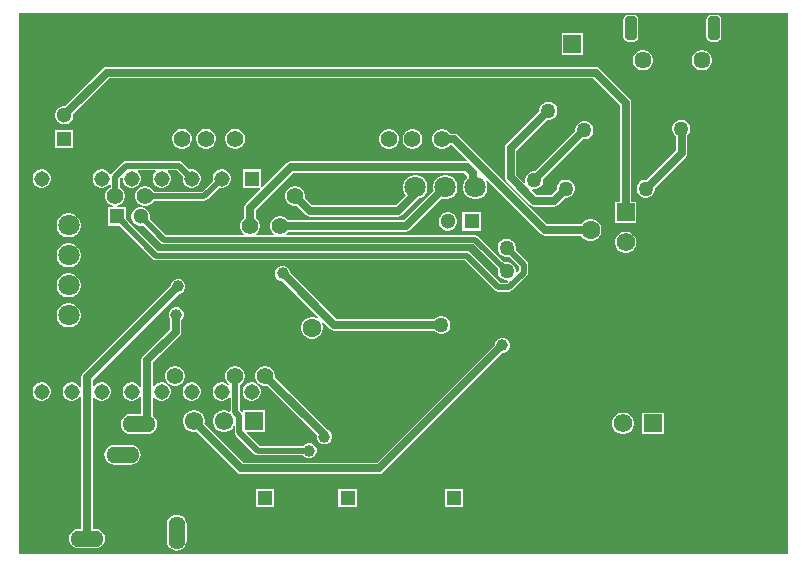
<source format=gbl>
G04*
G04 #@! TF.GenerationSoftware,Altium Limited,Altium Designer,23.4.1 (23)*
G04*
G04 Layer_Physical_Order=2*
G04 Layer_Color=16711680*
%FSLAX25Y25*%
%MOIN*%
G70*
G04*
G04 #@! TF.SameCoordinates,34C706FF-D981-4061-8AA4-72CC7803A1E3*
G04*
G04*
G04 #@! TF.FilePolarity,Positive*
G04*
G01*
G75*
%ADD17C,0.01968*%
%ADD38C,0.15748*%
%ADD53R,0.05118X0.05118*%
%ADD54C,0.05118*%
%ADD55R,0.06181X0.06181*%
%ADD56C,0.06181*%
%ADD58R,0.06181X0.06181*%
%ADD59R,0.05118X0.05118*%
%ADD75C,0.02756*%
G04:AMPARAMS|DCode=76|XSize=78.74mil|YSize=39.37mil|CornerRadius=9.84mil|HoleSize=0mil|Usage=FLASHONLY|Rotation=270.000|XOffset=0mil|YOffset=0mil|HoleType=Round|Shape=RoundedRectangle|*
%AMROUNDEDRECTD76*
21,1,0.07874,0.01968,0,0,270.0*
21,1,0.05906,0.03937,0,0,270.0*
1,1,0.01968,-0.00984,-0.02953*
1,1,0.01968,-0.00984,0.02953*
1,1,0.01968,0.00984,0.02953*
1,1,0.01968,0.00984,-0.02953*
%
%ADD76ROUNDEDRECTD76*%
%ADD77C,0.13583*%
%ADD78C,0.05709*%
%ADD79C,0.05150*%
%ADD80R,0.05150X0.05150*%
%ADD81C,0.05512*%
%ADD82C,0.06299*%
%ADD83C,0.07087*%
%ADD84R,0.07087X0.07087*%
%ADD85O,0.11024X0.05512*%
%ADD86O,0.05512X0.11024*%
%ADD87C,0.05591*%
%ADD88C,0.06102*%
%ADD89R,0.06102X0.06102*%
%ADD90R,0.07087X0.07087*%
%ADD91C,0.03937*%
%ADD92C,0.11811*%
%ADD93C,0.05000*%
G36*
X257071Y803D02*
X803D01*
Y181284D01*
X257071D01*
Y803D01*
D02*
G37*
%LPC*%
G36*
X233268Y180647D02*
X231299D01*
X230720Y180532D01*
X230229Y180204D01*
X229901Y179713D01*
X229786Y179134D01*
Y173228D01*
X229901Y172649D01*
X230229Y172158D01*
X230720Y171830D01*
X231299Y171715D01*
X233268D01*
X233847Y171830D01*
X234338Y172158D01*
X234666Y172649D01*
X234781Y173228D01*
Y179134D01*
X234666Y179713D01*
X234338Y180204D01*
X233847Y180532D01*
X233268Y180647D01*
D02*
G37*
G36*
X205709D02*
X203740D01*
X203161Y180532D01*
X202670Y180204D01*
X202342Y179713D01*
X202227Y179134D01*
Y173228D01*
X202342Y172649D01*
X202670Y172158D01*
X203161Y171830D01*
X203740Y171715D01*
X205709D01*
X206288Y171830D01*
X206779Y172158D01*
X207107Y172649D01*
X207222Y173228D01*
Y179134D01*
X207107Y179713D01*
X206779Y180204D01*
X206288Y180532D01*
X205709Y180647D01*
D02*
G37*
G36*
X188787Y174457D02*
X181606D01*
Y167276D01*
X188787D01*
Y174457D01*
D02*
G37*
G36*
X228788Y168905D02*
X227905D01*
X227052Y168677D01*
X226287Y168235D01*
X225662Y167611D01*
X225221Y166846D01*
X224992Y165993D01*
Y165110D01*
X225221Y164257D01*
X225662Y163492D01*
X226287Y162867D01*
X227052Y162425D01*
X227905Y162197D01*
X228788D01*
X229641Y162425D01*
X230406Y162867D01*
X231031Y163492D01*
X231472Y164257D01*
X231701Y165110D01*
Y165993D01*
X231472Y166846D01*
X231031Y167611D01*
X230406Y168235D01*
X229641Y168677D01*
X228788Y168905D01*
D02*
G37*
G36*
X209103D02*
X208220D01*
X207367Y168677D01*
X206602Y168235D01*
X205977Y167611D01*
X205536Y166846D01*
X205307Y165993D01*
Y165110D01*
X205536Y164257D01*
X205977Y163492D01*
X206602Y162867D01*
X207367Y162425D01*
X208220Y162197D01*
X209103D01*
X209956Y162425D01*
X210721Y162867D01*
X211346Y163492D01*
X211787Y164257D01*
X212016Y165110D01*
Y165993D01*
X211787Y166846D01*
X211346Y167611D01*
X210721Y168235D01*
X209956Y168677D01*
X209103Y168905D01*
D02*
G37*
G36*
X18807Y142429D02*
X12689D01*
Y136311D01*
X18807D01*
Y142429D01*
D02*
G37*
G36*
X73269Y142705D02*
X72401D01*
X71563Y142480D01*
X70811Y142046D01*
X70198Y141433D01*
X69764Y140681D01*
X69539Y139843D01*
Y138976D01*
X69764Y138137D01*
X70198Y137386D01*
X70811Y136773D01*
X71563Y136339D01*
X72401Y136114D01*
X73269D01*
X74107Y136339D01*
X74858Y136773D01*
X75472Y137386D01*
X75905Y138137D01*
X76130Y138976D01*
Y139843D01*
X75905Y140681D01*
X75472Y141433D01*
X74858Y142046D01*
X74107Y142480D01*
X73269Y142705D01*
D02*
G37*
G36*
X63426D02*
X62558D01*
X61720Y142480D01*
X60969Y142046D01*
X60355Y141433D01*
X59921Y140681D01*
X59697Y139843D01*
Y138976D01*
X59921Y138137D01*
X60355Y137386D01*
X60969Y136773D01*
X61720Y136339D01*
X62558Y136114D01*
X63426D01*
X64264Y136339D01*
X65016Y136773D01*
X65629Y137386D01*
X66063Y138137D01*
X66287Y138976D01*
Y139843D01*
X66063Y140681D01*
X65629Y141433D01*
X65016Y142046D01*
X64264Y142480D01*
X63426Y142705D01*
D02*
G37*
G36*
X55552D02*
X54684D01*
X53846Y142480D01*
X53095Y142046D01*
X52481Y141433D01*
X52047Y140681D01*
X51823Y139843D01*
Y138976D01*
X52047Y138137D01*
X52481Y137386D01*
X53095Y136773D01*
X53846Y136339D01*
X54684Y136114D01*
X55552D01*
X56390Y136339D01*
X57141Y136773D01*
X57755Y137386D01*
X58189Y138137D01*
X58413Y138976D01*
Y139843D01*
X58189Y140681D01*
X57755Y141433D01*
X57141Y142046D01*
X56390Y142480D01*
X55552Y142705D01*
D02*
G37*
G36*
X132324Y142665D02*
X131456D01*
X130618Y142441D01*
X129866Y142007D01*
X129253Y141393D01*
X128819Y140642D01*
X128595Y139804D01*
Y138936D01*
X128819Y138098D01*
X129253Y137347D01*
X129866Y136733D01*
X130618Y136299D01*
X131456Y136075D01*
X132324D01*
X133162Y136299D01*
X133913Y136733D01*
X134527Y137347D01*
X134960Y138098D01*
X135185Y138936D01*
Y139804D01*
X134960Y140642D01*
X134527Y141393D01*
X133913Y142007D01*
X133162Y142441D01*
X132324Y142665D01*
D02*
G37*
G36*
X124450D02*
X123582D01*
X122744Y142441D01*
X121992Y142007D01*
X121379Y141393D01*
X120945Y140642D01*
X120721Y139804D01*
Y138936D01*
X120945Y138098D01*
X121379Y137347D01*
X121992Y136733D01*
X122744Y136299D01*
X123582Y136075D01*
X124450D01*
X125288Y136299D01*
X126039Y136733D01*
X126653Y137347D01*
X127086Y138098D01*
X127311Y138936D01*
Y139804D01*
X127086Y140642D01*
X126653Y141393D01*
X126039Y142007D01*
X125288Y142441D01*
X124450Y142665D01*
D02*
G37*
G36*
X142166D02*
X141298D01*
X140460Y142441D01*
X139709Y142007D01*
X139095Y141393D01*
X138662Y140642D01*
X138437Y139804D01*
Y138936D01*
X138662Y138098D01*
X139095Y137347D01*
X139709Y136733D01*
X140460Y136299D01*
X141298Y136075D01*
X142166D01*
X143004Y136299D01*
X143756Y136733D01*
X144253Y137231D01*
X145002D01*
X149897Y132336D01*
X149690Y131836D01*
X91269D01*
X90537Y131690D01*
X89915Y131275D01*
X89915Y131275D01*
X81882Y123242D01*
X81382Y123449D01*
Y129126D01*
X75232D01*
Y122976D01*
X80910D01*
X81117Y122476D01*
X76402Y117762D01*
X75987Y117141D01*
X75841Y116408D01*
X75841Y116408D01*
Y112868D01*
X75796Y112842D01*
X75190Y112235D01*
X74761Y111493D01*
X74539Y110665D01*
Y109808D01*
X74761Y108979D01*
X75190Y108237D01*
X75726Y107701D01*
X75668Y107413D01*
X75543Y107201D01*
X49663D01*
X44190Y112674D01*
X44299Y113082D01*
Y113887D01*
X44091Y114665D01*
X43688Y115363D01*
X43119Y115932D01*
X42421Y116335D01*
X41643Y116543D01*
X40837D01*
X40059Y116335D01*
X39362Y115932D01*
X38792Y115363D01*
X38390Y114665D01*
X38181Y113887D01*
Y113082D01*
X38390Y112303D01*
X38792Y111606D01*
X39362Y111036D01*
X40059Y110634D01*
X40837Y110425D01*
X41643D01*
X42050Y110534D01*
X47966Y104618D01*
X47966Y104618D01*
X48457Y104290D01*
X49036Y104175D01*
X49036Y104175D01*
X152248D01*
X160407Y96015D01*
X160309Y95649D01*
Y94859D01*
X160514Y94096D01*
X160909Y93412D01*
X161467Y92853D01*
X162151Y92458D01*
X162914Y92254D01*
X163521D01*
X163745Y91771D01*
X163349Y91375D01*
X161060D01*
X150972Y101464D01*
X150481Y101792D01*
X149902Y101907D01*
X149901Y101907D01*
X47084D01*
X36425Y112565D01*
Y116543D01*
X33525D01*
X33459Y117043D01*
X34052Y117202D01*
X34795Y117631D01*
X35401Y118237D01*
X35829Y118980D01*
X36051Y119808D01*
Y120665D01*
X35829Y121493D01*
X35401Y122235D01*
X34795Y122842D01*
X34269Y123145D01*
Y126038D01*
X34764Y126533D01*
X35232Y126294D01*
Y125646D01*
X35442Y124864D01*
X35847Y124163D01*
X36419Y123591D01*
X37120Y123186D01*
X37902Y122976D01*
X38712D01*
X39494Y123186D01*
X40195Y123591D01*
X40767Y124163D01*
X41172Y124864D01*
X41382Y125646D01*
Y126456D01*
X41172Y127238D01*
X40767Y127939D01*
X40310Y128397D01*
X40472Y128897D01*
X46142D01*
X46304Y128397D01*
X45847Y127939D01*
X45442Y127238D01*
X45232Y126456D01*
Y125646D01*
X45442Y124864D01*
X45847Y124163D01*
X46419Y123591D01*
X47120Y123186D01*
X47902Y122976D01*
X48712D01*
X49494Y123186D01*
X50195Y123591D01*
X50767Y124163D01*
X51172Y124864D01*
X51382Y125646D01*
Y126456D01*
X51172Y127238D01*
X50767Y127939D01*
X50310Y128397D01*
X50472Y128897D01*
X53321D01*
X55344Y126874D01*
X55232Y126456D01*
Y125646D01*
X55442Y124864D01*
X55847Y124163D01*
X56419Y123591D01*
X57120Y123186D01*
X57902Y122976D01*
X58712D01*
X59494Y123186D01*
X60195Y123591D01*
X60768Y124163D01*
X61172Y124864D01*
X61382Y125646D01*
Y126456D01*
X61172Y127238D01*
X60768Y127939D01*
X60195Y128512D01*
X59494Y128916D01*
X58712Y129126D01*
X57902D01*
X57484Y129014D01*
X55018Y131480D01*
X54527Y131808D01*
X53948Y131924D01*
X53948Y131924D01*
X36502D01*
X36502Y131924D01*
X35922Y131808D01*
X35431Y131480D01*
X35431Y131480D01*
X31686Y127735D01*
X31566Y127556D01*
X30978Y127575D01*
X30768Y127939D01*
X30195Y128512D01*
X29494Y128916D01*
X28712Y129126D01*
X27902D01*
X27120Y128916D01*
X26419Y128512D01*
X25847Y127939D01*
X25442Y127238D01*
X25232Y126456D01*
Y125646D01*
X25442Y124864D01*
X25847Y124163D01*
X26419Y123591D01*
X27120Y123186D01*
X27902Y122976D01*
X28712D01*
X29494Y123186D01*
X30195Y123591D01*
X30743Y124138D01*
X30856Y124130D01*
X31243Y123986D01*
Y123099D01*
X30796Y122842D01*
X30190Y122235D01*
X29761Y121493D01*
X29539Y120665D01*
Y119808D01*
X29761Y118980D01*
X30190Y118237D01*
X30796Y117631D01*
X31539Y117202D01*
X32132Y117043D01*
X32066Y116543D01*
X30307D01*
Y110425D01*
X34285D01*
X45387Y99324D01*
X45387Y99324D01*
X45878Y98996D01*
X46457Y98880D01*
X149275D01*
X159363Y88792D01*
X159854Y88464D01*
X160433Y88349D01*
X160433Y88349D01*
X163976D01*
X163976Y88349D01*
X164556Y88464D01*
X165047Y88792D01*
X169968Y93713D01*
X169968Y93713D01*
X170296Y94204D01*
X170411Y94784D01*
X170411Y94784D01*
Y97441D01*
X170411Y97441D01*
X170296Y98020D01*
X169968Y98511D01*
X169968Y98511D01*
X166189Y102290D01*
X166287Y102656D01*
Y103446D01*
X166083Y104209D01*
X165688Y104893D01*
X165129Y105452D01*
X164445Y105847D01*
X163682Y106051D01*
X162892D01*
X162129Y105847D01*
X161445Y105452D01*
X160887Y104893D01*
X160492Y104209D01*
X160287Y103446D01*
Y102656D01*
X160492Y101893D01*
X160887Y101209D01*
X161445Y100651D01*
X162129Y100256D01*
X162892Y100051D01*
X163682D01*
X164049Y100149D01*
X167384Y96814D01*
Y95410D01*
X166792Y94818D01*
X166309Y95042D01*
Y95649D01*
X166105Y96412D01*
X165710Y97096D01*
X165151Y97654D01*
X164467Y98049D01*
X163704Y98254D01*
X162914D01*
X162548Y98156D01*
X153945Y106758D01*
X153454Y107086D01*
X152875Y107201D01*
X152875Y107201D01*
X90047D01*
X89923Y107413D01*
X89865Y107701D01*
X90401Y108237D01*
X90449Y108321D01*
X129803D01*
X129803Y108321D01*
X130536Y108467D01*
X131157Y108882D01*
X141630Y119355D01*
X142263Y119185D01*
X143328D01*
X144356Y119461D01*
X145278Y119993D01*
X146031Y120746D01*
X146563Y121668D01*
X146839Y122696D01*
Y123761D01*
X146563Y124789D01*
X146031Y125711D01*
X145278Y126464D01*
X144356Y126996D01*
X143328Y127272D01*
X142263D01*
X141235Y126996D01*
X140313Y126464D01*
X139560Y125711D01*
X139028Y124789D01*
X138752Y123761D01*
Y122696D01*
X138922Y122063D01*
X129010Y112151D01*
X90449D01*
X90401Y112235D01*
X89794Y112842D01*
X89052Y113270D01*
X88224Y113492D01*
X87367D01*
X86538Y113270D01*
X85796Y112842D01*
X85190Y112235D01*
X84761Y111493D01*
X84539Y110665D01*
Y109808D01*
X84761Y108979D01*
X85190Y108237D01*
X85725Y107701D01*
X85668Y107413D01*
X85543Y107201D01*
X80047D01*
X79923Y107413D01*
X79865Y107701D01*
X80401Y108237D01*
X80829Y108979D01*
X81051Y109808D01*
Y110665D01*
X80829Y111493D01*
X80401Y112235D01*
X79794Y112842D01*
X79671Y112913D01*
Y115615D01*
X92062Y128006D01*
X149198D01*
X150152Y127052D01*
Y126303D01*
X149560Y125711D01*
X149028Y124789D01*
X148752Y123761D01*
Y122696D01*
X149028Y121668D01*
X149560Y120746D01*
X150313Y119993D01*
X151235Y119461D01*
X152263Y119185D01*
X153328D01*
X154356Y119461D01*
X155278Y119993D01*
X156031Y120746D01*
X156563Y121668D01*
X156839Y122696D01*
Y123761D01*
X156563Y124789D01*
X156325Y125201D01*
X156726Y125508D01*
X174630Y107603D01*
X174630Y107603D01*
X175251Y107188D01*
X175984Y107042D01*
X175984Y107042D01*
X188131D01*
X188320Y106716D01*
X188999Y106036D01*
X189831Y105556D01*
X190760Y105307D01*
X191721D01*
X192649Y105556D01*
X193481Y106036D01*
X194161Y106716D01*
X194641Y107548D01*
X194890Y108476D01*
Y109437D01*
X194641Y110365D01*
X194161Y111198D01*
X193481Y111877D01*
X192649Y112358D01*
X191721Y112606D01*
X190760D01*
X189831Y112358D01*
X188999Y111877D01*
X188320Y111198D01*
X188131Y110871D01*
X176777D01*
X147149Y140500D01*
X146528Y140915D01*
X145795Y141060D01*
X145795Y141060D01*
X144561D01*
X144369Y141393D01*
X143756Y142007D01*
X143004Y142441D01*
X142166Y142665D01*
D02*
G37*
G36*
X8712Y129126D02*
X7902D01*
X7120Y128916D01*
X6419Y128512D01*
X5847Y127939D01*
X5442Y127238D01*
X5232Y126456D01*
Y125646D01*
X5442Y124864D01*
X5847Y124163D01*
X6419Y123591D01*
X7120Y123186D01*
X7902Y122976D01*
X8712D01*
X9494Y123186D01*
X10195Y123591D01*
X10768Y124163D01*
X11172Y124864D01*
X11382Y125646D01*
Y126456D01*
X11172Y127238D01*
X10768Y127939D01*
X10195Y128512D01*
X9494Y128916D01*
X8712Y129126D01*
D02*
G37*
G36*
X68712D02*
X67902D01*
X67120Y128916D01*
X66419Y128512D01*
X65847Y127939D01*
X65442Y127238D01*
X65232Y126456D01*
Y125646D01*
X65344Y125229D01*
X61865Y121749D01*
X45681D01*
X45401Y122235D01*
X44794Y122842D01*
X44052Y123270D01*
X43224Y123492D01*
X42367D01*
X41539Y123270D01*
X40796Y122842D01*
X40190Y122235D01*
X39761Y121493D01*
X39539Y120665D01*
Y119808D01*
X39761Y118980D01*
X40190Y118237D01*
X40796Y117631D01*
X41539Y117202D01*
X42367Y116980D01*
X43224D01*
X44052Y117202D01*
X44794Y117631D01*
X45401Y118237D01*
X45681Y118723D01*
X62492D01*
X62492Y118723D01*
X63071Y118838D01*
X63562Y119166D01*
X67484Y123088D01*
X67902Y122976D01*
X68712D01*
X69494Y123186D01*
X70195Y123591D01*
X70767Y124163D01*
X71172Y124864D01*
X71382Y125646D01*
Y126456D01*
X71172Y127238D01*
X70767Y127939D01*
X70195Y128512D01*
X69494Y128916D01*
X68712Y129126D01*
D02*
G37*
G36*
X221852Y145717D02*
X221062D01*
X220299Y145512D01*
X219615Y145117D01*
X219056Y144559D01*
X218661Y143875D01*
X218457Y143112D01*
Y142322D01*
X218661Y141559D01*
X219056Y140875D01*
X219615Y140316D01*
X219699Y140267D01*
Y135498D01*
X209938Y125736D01*
X209251D01*
X208488Y125532D01*
X207804Y125137D01*
X207245Y124578D01*
X206850Y123894D01*
X206646Y123131D01*
Y122341D01*
X206850Y121578D01*
X207245Y120894D01*
X207804Y120336D01*
X208488Y119941D01*
X209251Y119736D01*
X210041D01*
X210804Y119941D01*
X211488Y120336D01*
X212046Y120894D01*
X212441Y121578D01*
X212646Y122341D01*
Y123028D01*
X222968Y133351D01*
X222968Y133351D01*
X223383Y133972D01*
X223529Y134705D01*
X223529Y134705D01*
Y140546D01*
X223857Y140875D01*
X224252Y141559D01*
X224457Y142322D01*
Y143112D01*
X224252Y143875D01*
X223857Y144559D01*
X223299Y145117D01*
X222615Y145512D01*
X221852Y145717D01*
D02*
G37*
G36*
X133328Y127272D02*
X132263D01*
X131235Y126996D01*
X130313Y126464D01*
X129560Y125711D01*
X129027Y124789D01*
X128752Y123761D01*
Y122696D01*
X129027Y121668D01*
X129560Y120746D01*
X129704Y120601D01*
X126320Y117217D01*
X98483D01*
X96018Y119682D01*
X96051Y119808D01*
Y120665D01*
X95829Y121493D01*
X95401Y122235D01*
X94794Y122842D01*
X94052Y123270D01*
X93224Y123492D01*
X92367D01*
X91539Y123270D01*
X90796Y122842D01*
X90190Y122235D01*
X89761Y121493D01*
X89539Y120665D01*
Y119808D01*
X89761Y118980D01*
X90190Y118237D01*
X90796Y117631D01*
X91539Y117202D01*
X92367Y116980D01*
X93224D01*
X93287Y116997D01*
X96336Y113949D01*
X96336Y113948D01*
X96957Y113533D01*
X97690Y113388D01*
X127113D01*
X127113Y113388D01*
X127846Y113533D01*
X128467Y113948D01*
X133320Y118802D01*
X133321Y118802D01*
X133631Y119266D01*
X134356Y119461D01*
X135278Y119993D01*
X136031Y120746D01*
X136563Y121668D01*
X136839Y122696D01*
Y123761D01*
X136563Y124789D01*
X136031Y125711D01*
X135278Y126464D01*
X134356Y126996D01*
X133328Y127272D01*
D02*
G37*
G36*
X177560Y151720D02*
X176770D01*
X176007Y151516D01*
X175323Y151121D01*
X174765Y150563D01*
X174370Y149878D01*
X174165Y149115D01*
Y148428D01*
X163213Y137476D01*
X162798Y136855D01*
X162652Y136122D01*
X162652Y136122D01*
Y126575D01*
X162652Y126575D01*
X162798Y125842D01*
X163213Y125221D01*
X171087Y117347D01*
X171087Y117347D01*
X171708Y116932D01*
X172441Y116786D01*
X172441Y116786D01*
X178937D01*
X178937Y116786D01*
X179670Y116932D01*
X180291Y117347D01*
X182680Y119736D01*
X183367D01*
X184130Y119941D01*
X184815Y120336D01*
X185373Y120894D01*
X185768Y121578D01*
X185972Y122341D01*
Y123131D01*
X185768Y123894D01*
X185373Y124578D01*
X184815Y125137D01*
X184130Y125532D01*
X183367Y125736D01*
X182578D01*
X181815Y125532D01*
X181130Y125137D01*
X180572Y124578D01*
X180177Y123894D01*
X179972Y123131D01*
Y122444D01*
X178144Y120615D01*
X173234D01*
X171642Y122207D01*
X171901Y122656D01*
X172144Y122591D01*
X172934D01*
X173697Y122795D01*
X174381Y123190D01*
X174940Y123749D01*
X175335Y124433D01*
X175539Y125196D01*
Y125883D01*
X188881Y139224D01*
X189568D01*
X190331Y139429D01*
X191015Y139824D01*
X191574Y140382D01*
X191969Y141067D01*
X192173Y141829D01*
Y142619D01*
X191969Y143382D01*
X191574Y144067D01*
X191015Y144625D01*
X190331Y145020D01*
X189568Y145224D01*
X188778D01*
X188015Y145020D01*
X187331Y144625D01*
X186773Y144067D01*
X186378Y143382D01*
X186173Y142619D01*
Y141932D01*
X172831Y128591D01*
X172144D01*
X171381Y128386D01*
X170697Y127991D01*
X170139Y127433D01*
X169744Y126749D01*
X169539Y125986D01*
Y125196D01*
X169605Y124952D01*
X169156Y124693D01*
X166482Y127368D01*
Y135329D01*
X176873Y145721D01*
X177560D01*
X178323Y145925D01*
X179007Y146320D01*
X179566Y146878D01*
X179961Y147563D01*
X180165Y148326D01*
Y149115D01*
X179961Y149878D01*
X179566Y150563D01*
X179007Y151121D01*
X178323Y151516D01*
X177560Y151720D01*
D02*
G37*
G36*
X192913Y163332D02*
X192913Y163332D01*
X29921D01*
X29188Y163186D01*
X28567Y162771D01*
X28567Y162771D01*
X16099Y150303D01*
X15345D01*
X14567Y150095D01*
X13870Y149692D01*
X13300Y149122D01*
X12898Y148425D01*
X12689Y147647D01*
Y146841D01*
X12898Y146063D01*
X13300Y145366D01*
X13870Y144796D01*
X14567Y144394D01*
X15345Y144185D01*
X16151D01*
X16929Y144394D01*
X17626Y144796D01*
X18196Y145366D01*
X18599Y146063D01*
X18807Y146841D01*
Y147595D01*
X30714Y159503D01*
X192120D01*
X201038Y150585D01*
Y118433D01*
X199362D01*
Y111252D01*
X206543D01*
Y118433D01*
X204868D01*
Y151378D01*
X204868Y151378D01*
X204722Y152111D01*
X204307Y152732D01*
X204307Y152732D01*
X194267Y162771D01*
X193646Y163186D01*
X192913Y163332D01*
D02*
G37*
G36*
X154634Y114870D02*
X148516D01*
Y108752D01*
X154634D01*
Y114870D01*
D02*
G37*
G36*
X144104D02*
X143298D01*
X142520Y114662D01*
X141823Y114259D01*
X141253Y113689D01*
X140850Y112992D01*
X140642Y112214D01*
Y111408D01*
X140850Y110630D01*
X141253Y109933D01*
X141823Y109363D01*
X142520Y108960D01*
X143298Y108752D01*
X144104D01*
X144881Y108960D01*
X145579Y109363D01*
X146149Y109933D01*
X146551Y110630D01*
X146760Y111408D01*
Y112214D01*
X146551Y112992D01*
X146149Y113689D01*
X145579Y114259D01*
X144881Y114662D01*
X144104Y114870D01*
D02*
G37*
G36*
X17855Y114594D02*
X16791D01*
X15762Y114319D01*
X14840Y113787D01*
X14087Y113034D01*
X13555Y112112D01*
X13280Y111083D01*
Y110019D01*
X13555Y108991D01*
X14087Y108069D01*
X14840Y107316D01*
X15762Y106783D01*
X16791Y106508D01*
X17855D01*
X18883Y106783D01*
X19805Y107316D01*
X20558Y108069D01*
X21091Y108991D01*
X21366Y110019D01*
Y111083D01*
X21091Y112112D01*
X20558Y113034D01*
X19805Y113787D01*
X18883Y114319D01*
X17855Y114594D01*
D02*
G37*
G36*
X203426Y108433D02*
X202480D01*
X201567Y108188D01*
X200748Y107716D01*
X200080Y107047D01*
X199607Y106228D01*
X199362Y105315D01*
Y104370D01*
X199607Y103457D01*
X200080Y102638D01*
X200748Y101969D01*
X201567Y101497D01*
X202480Y101252D01*
X203426D01*
X204339Y101497D01*
X205157Y101969D01*
X205826Y102638D01*
X206299Y103457D01*
X206543Y104370D01*
Y105315D01*
X206299Y106228D01*
X205826Y107047D01*
X205157Y107716D01*
X204339Y108188D01*
X203426Y108433D01*
D02*
G37*
G36*
X17855Y104595D02*
X16791D01*
X15762Y104319D01*
X14840Y103787D01*
X14087Y103034D01*
X13555Y102112D01*
X13280Y101084D01*
Y100019D01*
X13555Y98990D01*
X14087Y98068D01*
X14840Y97316D01*
X15762Y96783D01*
X16791Y96508D01*
X17855D01*
X18883Y96783D01*
X19805Y97316D01*
X20558Y98068D01*
X21091Y98990D01*
X21366Y100019D01*
Y101084D01*
X21091Y102112D01*
X20558Y103034D01*
X19805Y103787D01*
X18883Y104319D01*
X17855Y104595D01*
D02*
G37*
G36*
Y94595D02*
X16791D01*
X15762Y94319D01*
X14840Y93787D01*
X14087Y93034D01*
X13555Y92112D01*
X13280Y91084D01*
Y90019D01*
X13555Y88990D01*
X14087Y88068D01*
X14840Y87316D01*
X15762Y86783D01*
X16791Y86508D01*
X17855D01*
X18883Y86783D01*
X19805Y87316D01*
X20558Y88068D01*
X21091Y88990D01*
X21366Y90019D01*
Y91084D01*
X21091Y92112D01*
X20558Y93034D01*
X19805Y93787D01*
X18883Y94319D01*
X17855Y94595D01*
D02*
G37*
G36*
X89074Y96957D02*
X88092D01*
X87184Y96581D01*
X86490Y95886D01*
X86114Y94979D01*
Y93997D01*
X86490Y93090D01*
X87184Y92396D01*
X88092Y92020D01*
X88343D01*
X100243Y80120D01*
X99936Y79720D01*
X99834Y79779D01*
X98906Y80028D01*
X97945D01*
X97017Y79779D01*
X96184Y79298D01*
X95505Y78619D01*
X95024Y77787D01*
X94776Y76858D01*
Y75898D01*
X95024Y74969D01*
X95505Y74137D01*
X96184Y73457D01*
X97017Y72977D01*
X97945Y72728D01*
X98906D01*
X99834Y72977D01*
X100666Y73457D01*
X101346Y74137D01*
X101826Y74969D01*
X102075Y75898D01*
Y76858D01*
X101826Y77787D01*
X101767Y77889D01*
X102167Y78196D01*
X104456Y75907D01*
X104456Y75907D01*
X105077Y75492D01*
X105810Y75346D01*
X105810Y75346D01*
X139167D01*
X139653Y74860D01*
X140337Y74465D01*
X141100Y74261D01*
X141890D01*
X142653Y74465D01*
X143337Y74860D01*
X143896Y75419D01*
X144291Y76103D01*
X144495Y76866D01*
Y77656D01*
X144291Y78419D01*
X143896Y79103D01*
X143337Y79662D01*
X142653Y80056D01*
X141890Y80261D01*
X141100D01*
X140337Y80056D01*
X139653Y79662D01*
X139167Y79176D01*
X106603D01*
X91051Y94727D01*
Y94979D01*
X90675Y95886D01*
X89981Y96581D01*
X89074Y96957D01*
D02*
G37*
G36*
X17855Y84595D02*
X16791D01*
X15762Y84319D01*
X14840Y83787D01*
X14087Y83034D01*
X13555Y82112D01*
X13280Y81084D01*
Y80019D01*
X13555Y78991D01*
X14087Y78069D01*
X14840Y77316D01*
X15762Y76783D01*
X16791Y76508D01*
X17855D01*
X18883Y76783D01*
X19805Y77316D01*
X20558Y78069D01*
X21091Y78991D01*
X21366Y80019D01*
Y81084D01*
X21091Y82112D01*
X20558Y83034D01*
X19805Y83787D01*
X18883Y84319D01*
X17855Y84595D01*
D02*
G37*
G36*
X73224Y63492D02*
X72367D01*
X71539Y63270D01*
X70796Y62842D01*
X70190Y62235D01*
X69761Y61493D01*
X69539Y60665D01*
Y59808D01*
X69761Y58979D01*
X70190Y58237D01*
X70796Y57631D01*
X70951Y57541D01*
X70945Y57469D01*
X70428Y57279D01*
X70195Y57512D01*
X69494Y57916D01*
X68712Y58126D01*
X67902D01*
X67120Y57916D01*
X66419Y57512D01*
X65847Y56939D01*
X65442Y56238D01*
X65232Y55456D01*
Y54646D01*
X65442Y53864D01*
X65847Y53163D01*
X66419Y52591D01*
X67120Y52186D01*
X67902Y51976D01*
X68712D01*
X69494Y52186D01*
X70195Y52591D01*
X70743Y53138D01*
X70856Y53130D01*
X71243Y52986D01*
Y48691D01*
X70749Y48398D01*
X70426Y48585D01*
X69523Y48827D01*
X68588D01*
X67684Y48585D01*
X66875Y48117D01*
X66214Y47456D01*
X65746Y46646D01*
X65504Y45743D01*
Y44808D01*
X65746Y43905D01*
X66214Y43095D01*
X66875Y42434D01*
X67684Y41966D01*
X68588Y41724D01*
X69523D01*
X70426Y41966D01*
X71236Y42434D01*
X71897Y43095D01*
X72206Y43631D01*
X72706Y43497D01*
Y41485D01*
X72706Y41485D01*
X72822Y40906D01*
X73150Y40415D01*
X79202Y34363D01*
X79202Y34363D01*
X79693Y34035D01*
X80272Y33920D01*
X80272Y33920D01*
X95463D01*
X96043Y33340D01*
X96950Y32965D01*
X97932D01*
X98839Y33340D01*
X99534Y34035D01*
X99909Y34942D01*
Y35924D01*
X99534Y36831D01*
X98839Y37526D01*
X97932Y37902D01*
X96950D01*
X96043Y37526D01*
X95463Y36946D01*
X80899D01*
X76583Y41263D01*
X76774Y41724D01*
X82606D01*
Y48827D01*
X75504D01*
Y48512D01*
X75004Y48305D01*
X74269Y49040D01*
Y57328D01*
X74794Y57631D01*
X75401Y58237D01*
X75829Y58979D01*
X76051Y59808D01*
Y60665D01*
X75829Y61493D01*
X75401Y62235D01*
X74794Y62842D01*
X74052Y63270D01*
X73224Y63492D01*
D02*
G37*
G36*
X53224D02*
X52367D01*
X51538Y63270D01*
X50796Y62842D01*
X50190Y62235D01*
X49761Y61493D01*
X49539Y60665D01*
Y59808D01*
X49761Y58979D01*
X50190Y58237D01*
X50796Y57631D01*
X51538Y57202D01*
X52367Y56980D01*
X53224D01*
X54052Y57202D01*
X54794Y57631D01*
X55401Y58237D01*
X55829Y58979D01*
X56051Y59808D01*
Y60665D01*
X55829Y61493D01*
X55401Y62235D01*
X54794Y62842D01*
X54052Y63270D01*
X53224Y63492D01*
D02*
G37*
G36*
X54245Y92640D02*
X53263D01*
X52356Y92264D01*
X51661Y91569D01*
X51286Y90662D01*
Y90411D01*
X22071Y61196D01*
X21656Y60575D01*
X21510Y59842D01*
X21510Y59842D01*
Y56652D01*
X21011Y56518D01*
X20767Y56939D01*
X20195Y57512D01*
X19494Y57916D01*
X18712Y58126D01*
X17902D01*
X17120Y57916D01*
X16419Y57512D01*
X15847Y56939D01*
X15442Y56238D01*
X15232Y55456D01*
Y54646D01*
X15442Y53864D01*
X15847Y53163D01*
X16419Y52591D01*
X17120Y52186D01*
X17902Y51976D01*
X18712D01*
X19494Y52186D01*
X20195Y52591D01*
X20767Y53163D01*
X21011Y53584D01*
X21510Y53450D01*
Y9386D01*
X20669D01*
X19819Y9274D01*
X19027Y8946D01*
X18347Y8424D01*
X17825Y7744D01*
X17497Y6952D01*
X17385Y6102D01*
X17497Y5252D01*
X17825Y4460D01*
X18347Y3780D01*
X19027Y3258D01*
X19819Y2930D01*
X20669Y2818D01*
X26181D01*
X27031Y2930D01*
X27823Y3258D01*
X28503Y3780D01*
X29025Y4460D01*
X29353Y5252D01*
X29465Y6102D01*
X29353Y6952D01*
X29025Y7744D01*
X28503Y8424D01*
X27823Y8946D01*
X27031Y9274D01*
X26181Y9386D01*
X25340D01*
Y53041D01*
X25840Y53175D01*
X25847Y53163D01*
X26419Y52591D01*
X27120Y52186D01*
X27902Y51976D01*
X28712D01*
X29494Y52186D01*
X30195Y52591D01*
X30768Y53163D01*
X31172Y53864D01*
X31382Y54646D01*
Y55456D01*
X31172Y56238D01*
X30768Y56939D01*
X30195Y57512D01*
X29494Y57916D01*
X28712Y58126D01*
X27902D01*
X27120Y57916D01*
X26419Y57512D01*
X25847Y56939D01*
X25840Y56928D01*
X25340Y57061D01*
Y59049D01*
X53993Y87703D01*
X54245D01*
X55152Y88078D01*
X55847Y88773D01*
X56223Y89680D01*
Y90662D01*
X55847Y91569D01*
X55152Y92264D01*
X54245Y92640D01*
D02*
G37*
G36*
X53641Y83177D02*
X52659D01*
X51751Y82801D01*
X51057Y82107D01*
X50681Y81200D01*
Y80218D01*
X51009Y79426D01*
Y75844D01*
X42118Y66953D01*
X41703Y66332D01*
X41557Y65599D01*
X41557Y65599D01*
Y56572D01*
X41057Y56438D01*
X40767Y56939D01*
X40195Y57512D01*
X39494Y57916D01*
X38712Y58126D01*
X37902D01*
X37120Y57916D01*
X36419Y57512D01*
X35847Y56939D01*
X35442Y56238D01*
X35232Y55456D01*
Y54646D01*
X35442Y53864D01*
X35847Y53163D01*
X36419Y52591D01*
X37120Y52186D01*
X37902Y51976D01*
X38712D01*
X39494Y52186D01*
X40195Y52591D01*
X40767Y53163D01*
X41057Y53665D01*
X41557Y53531D01*
Y47575D01*
X37992D01*
X37142Y47463D01*
X36350Y47135D01*
X35670Y46613D01*
X35148Y45933D01*
X34820Y45141D01*
X34708Y44291D01*
X34820Y43441D01*
X35148Y42649D01*
X35670Y41969D01*
X36350Y41447D01*
X37142Y41119D01*
X37992Y41007D01*
X43504D01*
X44354Y41119D01*
X45146Y41447D01*
X45826Y41969D01*
X46348Y42649D01*
X46676Y43441D01*
X46788Y44291D01*
X46676Y45141D01*
X46348Y45933D01*
X45826Y46613D01*
X45386Y46951D01*
Y52960D01*
X45711Y53104D01*
X45886Y53123D01*
X46419Y52591D01*
X47120Y52186D01*
X47902Y51976D01*
X48712D01*
X49494Y52186D01*
X50195Y52591D01*
X50767Y53163D01*
X51172Y53864D01*
X51382Y54646D01*
Y55456D01*
X51172Y56238D01*
X50767Y56939D01*
X50195Y57512D01*
X49494Y57916D01*
X48712Y58126D01*
X47902D01*
X47120Y57916D01*
X46419Y57512D01*
X45886Y56979D01*
X45711Y56999D01*
X45386Y57142D01*
Y64806D01*
X54277Y73697D01*
X54277Y73697D01*
X54693Y74318D01*
X54838Y75051D01*
X54838Y75051D01*
Y78906D01*
X55242Y79310D01*
X55618Y80218D01*
Y81200D01*
X55242Y82107D01*
X54548Y82801D01*
X53641Y83177D01*
D02*
G37*
G36*
X78712Y58126D02*
X77902D01*
X77120Y57916D01*
X76419Y57512D01*
X75847Y56939D01*
X75442Y56238D01*
X75232Y55456D01*
Y54646D01*
X75442Y53864D01*
X75847Y53163D01*
X76419Y52591D01*
X77120Y52186D01*
X77902Y51976D01*
X78712D01*
X79494Y52186D01*
X80195Y52591D01*
X80768Y53163D01*
X81172Y53864D01*
X81382Y54646D01*
Y55456D01*
X81172Y56238D01*
X80768Y56939D01*
X80195Y57512D01*
X79494Y57916D01*
X78712Y58126D01*
D02*
G37*
G36*
X58712D02*
X57902D01*
X57120Y57916D01*
X56419Y57512D01*
X55847Y56939D01*
X55442Y56238D01*
X55232Y55456D01*
Y54646D01*
X55442Y53864D01*
X55847Y53163D01*
X56419Y52591D01*
X57120Y52186D01*
X57902Y51976D01*
X58712D01*
X59494Y52186D01*
X60195Y52591D01*
X60768Y53163D01*
X61172Y53864D01*
X61382Y54646D01*
Y55456D01*
X61172Y56238D01*
X60768Y56939D01*
X60195Y57512D01*
X59494Y57916D01*
X58712Y58126D01*
D02*
G37*
G36*
X8712D02*
X7902D01*
X7120Y57916D01*
X6419Y57512D01*
X5847Y56939D01*
X5442Y56238D01*
X5232Y55456D01*
Y54646D01*
X5442Y53864D01*
X5847Y53163D01*
X6419Y52591D01*
X7120Y52186D01*
X7902Y51976D01*
X8712D01*
X9494Y52186D01*
X10195Y52591D01*
X10768Y53163D01*
X11172Y53864D01*
X11382Y54646D01*
Y55456D01*
X11172Y56238D01*
X10768Y56939D01*
X10195Y57512D01*
X9494Y57916D01*
X8712Y58126D01*
D02*
G37*
G36*
X215677Y48079D02*
X208496D01*
Y40898D01*
X215677D01*
Y48079D01*
D02*
G37*
G36*
X202559D02*
X201614D01*
X200701Y47834D01*
X199882Y47361D01*
X199214Y46693D01*
X198741Y45874D01*
X198496Y44961D01*
Y44015D01*
X198741Y43102D01*
X199214Y42283D01*
X199882Y41615D01*
X200701Y41142D01*
X201614Y40898D01*
X202559D01*
X203472Y41142D01*
X204291Y41615D01*
X204960Y42283D01*
X205433Y43102D01*
X205677Y44015D01*
Y44961D01*
X205433Y45874D01*
X204960Y46693D01*
X204291Y47361D01*
X203472Y47834D01*
X202559Y48079D01*
D02*
G37*
G36*
X83224Y63492D02*
X82367D01*
X81538Y63270D01*
X80796Y62842D01*
X80190Y62235D01*
X79761Y61493D01*
X79539Y60665D01*
Y59808D01*
X79761Y58979D01*
X80190Y58237D01*
X80796Y57631D01*
X81538Y57202D01*
X82367Y56980D01*
X83224D01*
X83479Y57049D01*
X100071Y40457D01*
Y39583D01*
X100446Y38676D01*
X101141Y37981D01*
X102048Y37606D01*
X103030D01*
X103937Y37981D01*
X104632Y38676D01*
X105008Y39583D01*
Y40565D01*
X104632Y41472D01*
X103937Y42167D01*
X103662Y42281D01*
X86051Y59892D01*
Y60665D01*
X85829Y61493D01*
X85401Y62235D01*
X84794Y62842D01*
X84052Y63270D01*
X83224Y63492D01*
D02*
G37*
G36*
X162302Y72941D02*
X161320D01*
X160413Y72565D01*
X159718Y71871D01*
X159343Y70964D01*
Y70712D01*
X120073Y31442D01*
X75596D01*
X62527Y44512D01*
X62606Y44808D01*
Y45743D01*
X62364Y46646D01*
X61897Y47456D01*
X61236Y48117D01*
X60426Y48585D01*
X59523Y48827D01*
X58588D01*
X57684Y48585D01*
X56875Y48117D01*
X56213Y47456D01*
X55746Y46646D01*
X55504Y45743D01*
Y44808D01*
X55746Y43905D01*
X56213Y43095D01*
X56875Y42434D01*
X57684Y41966D01*
X58588Y41724D01*
X59523D01*
X59819Y41804D01*
X73449Y28174D01*
X73449Y28174D01*
X74070Y27759D01*
X74803Y27613D01*
X74803Y27613D01*
X120866D01*
X120866Y27613D01*
X121599Y27759D01*
X122220Y28174D01*
X162050Y68004D01*
X162302D01*
X163209Y68380D01*
X163904Y69074D01*
X164279Y69981D01*
Y70964D01*
X163904Y71871D01*
X163209Y72565D01*
X162302Y72941D01*
D02*
G37*
G36*
X37992Y37339D02*
X32480D01*
X31630Y37227D01*
X30838Y36899D01*
X30158Y36377D01*
X29636Y35697D01*
X29308Y34905D01*
X29196Y34055D01*
X29308Y33205D01*
X29636Y32413D01*
X30158Y31733D01*
X30838Y31211D01*
X31630Y30883D01*
X32480Y30771D01*
X37992D01*
X38842Y30883D01*
X39634Y31211D01*
X40314Y31733D01*
X40836Y32413D01*
X41164Y33205D01*
X41276Y34055D01*
X41164Y34905D01*
X40836Y35697D01*
X40314Y36377D01*
X39634Y36899D01*
X38842Y37227D01*
X37992Y37339D01*
D02*
G37*
G36*
X148728Y22744D02*
X142610D01*
Y16626D01*
X148728D01*
Y22744D01*
D02*
G37*
G36*
X113295D02*
X107177D01*
Y16626D01*
X113295D01*
Y22744D01*
D02*
G37*
G36*
X85736D02*
X79618D01*
Y16626D01*
X85736D01*
Y22744D01*
D02*
G37*
G36*
X53347Y14111D02*
X52496Y13999D01*
X51705Y13671D01*
X51024Y13149D01*
X50502Y12469D01*
X50174Y11677D01*
X50063Y10827D01*
Y5315D01*
X50174Y4465D01*
X50502Y3673D01*
X51024Y2993D01*
X51705Y2471D01*
X52496Y2143D01*
X53347Y2031D01*
X54196Y2143D01*
X54988Y2471D01*
X55669Y2993D01*
X56191Y3673D01*
X56519Y4465D01*
X56630Y5315D01*
Y10827D01*
X56519Y11677D01*
X56191Y12469D01*
X55669Y13149D01*
X54988Y13671D01*
X54196Y13999D01*
X53347Y14111D01*
D02*
G37*
%LPD*%
D17*
X74220Y41485D02*
X80272Y35433D01*
X97441D01*
X33366Y113484D02*
X46457Y100394D01*
X149902D02*
X160433Y89862D01*
X46457Y100394D02*
X149902D01*
X49036Y105688D02*
X152875D01*
X163309Y95254D01*
X74220Y41485D02*
Y46949D01*
X72756Y48413D02*
Y60236D01*
Y48413D02*
X74220Y46949D01*
X102539Y40074D02*
Y40264D01*
X41240Y113484D02*
X49036Y105688D01*
X168898Y94784D02*
Y97441D01*
X163976Y89862D02*
X168898Y94784D01*
X160433Y89862D02*
X163976D01*
X32756Y120236D02*
Y126665D01*
X36502Y130410D02*
X53948D01*
X32756Y126665D02*
X36502Y130410D01*
X163287Y103051D02*
X168898Y97441D01*
X53948Y130410D02*
X58307Y126051D01*
X62492Y120236D02*
X68307Y126051D01*
X42756Y120236D02*
X62492D01*
D38*
X165354Y15748D02*
D03*
X15748Y165354D02*
D03*
D53*
X33366Y113484D02*
D03*
X151575Y111811D02*
D03*
X110236Y19685D02*
D03*
X145669D02*
D03*
X82677D02*
D03*
D54*
X41240Y113484D02*
D03*
X143701Y111811D02*
D03*
X15748Y147244D02*
D03*
X118110Y19685D02*
D03*
X137795D02*
D03*
X90551D02*
D03*
D55*
X202953Y114842D02*
D03*
D56*
Y104842D02*
D03*
X202087Y44488D02*
D03*
X175197Y170866D02*
D03*
D58*
X212087Y44488D02*
D03*
X185197Y170866D02*
D03*
D59*
X15748Y139370D02*
D03*
D75*
X59055Y45276D02*
X74803Y29528D01*
X120866D02*
X161811Y70472D01*
X74803Y29528D02*
X120866D01*
X83188Y60047D02*
X102313Y40922D01*
Y40490D02*
X102539Y40264D01*
X102313Y40490D02*
Y40922D01*
X82756Y60047D02*
X83188D01*
X127113Y115302D02*
X131967Y120156D01*
X92756Y120236D02*
X97690Y115302D01*
X127113D01*
X221614Y134705D02*
Y142559D01*
X221457Y142717D02*
X221614Y142559D01*
X209646Y122736D02*
X221614Y134705D01*
X88583Y94488D02*
X105810Y77261D01*
X141495D01*
X43472Y65599D02*
X52924Y75051D01*
Y80483D02*
X53150Y80709D01*
X52924Y75051D02*
Y80483D01*
X23425Y6102D02*
Y59842D01*
X53754Y90171D01*
X40748Y44291D02*
X42199D01*
X43472Y45564D01*
Y65599D01*
X77756Y116408D02*
X91269Y129921D01*
X77756Y110236D02*
Y116408D01*
X91269Y129921D02*
X149991D01*
X131967Y122400D02*
X132795Y123228D01*
X131967Y120156D02*
Y122400D01*
X152067Y123957D02*
Y127845D01*
X149991Y129921D02*
X152067Y127845D01*
Y123957D02*
X152795Y123228D01*
X129803Y110236D02*
X142795Y123228D01*
X87756Y110236D02*
X129803D01*
X202953Y114842D02*
Y151378D01*
X192913Y161417D02*
X202953Y151378D01*
X29921Y161417D02*
X192913D01*
X15748Y147244D02*
X29921Y161417D01*
X175984Y108957D02*
X191240D01*
X145795Y139146D02*
X175984Y108957D01*
X141732Y139370D02*
X141957Y139146D01*
X145795D01*
X164567Y126575D02*
Y136122D01*
Y126575D02*
X172441Y118701D01*
X164567Y136122D02*
X177165Y148721D01*
X172539Y125591D02*
X189173Y142224D01*
X172441Y118701D02*
X178937D01*
X182972Y122736D01*
D76*
X232283Y176181D02*
D03*
X204724D02*
D03*
D77*
X153819Y150039D02*
D03*
X102087D02*
D03*
X84921Y150079D02*
D03*
X33189D02*
D03*
D78*
X228346Y165551D02*
D03*
X208661D02*
D03*
D79*
X48307Y126051D02*
D03*
X38307D02*
D03*
X48307Y55051D02*
D03*
X38307D02*
D03*
X28307Y126051D02*
D03*
X58307D02*
D03*
Y55051D02*
D03*
X28307D02*
D03*
X68307Y126051D02*
D03*
Y55051D02*
D03*
X18307Y126051D02*
D03*
Y55051D02*
D03*
X78307D02*
D03*
X8307Y126051D02*
D03*
Y55051D02*
D03*
D80*
X78307Y126051D02*
D03*
D81*
X87795Y110236D02*
D03*
X77795D02*
D03*
X52795Y60236D02*
D03*
X72795D02*
D03*
X82795D02*
D03*
X42795Y120236D02*
D03*
X92795D02*
D03*
X112795D02*
D03*
X32795D02*
D03*
D82*
X98425Y76378D02*
D03*
X191240Y108957D02*
D03*
D83*
X142795Y123228D02*
D03*
X132795D02*
D03*
X152795D02*
D03*
X17323Y110551D02*
D03*
Y80551D02*
D03*
Y90551D02*
D03*
Y100551D02*
D03*
D84*
X122795Y123228D02*
D03*
D85*
X23425Y6102D02*
D03*
X40748Y44291D02*
D03*
X35236Y34055D02*
D03*
D86*
X53347Y8071D02*
D03*
X10039Y23819D02*
D03*
D87*
X72835Y139409D02*
D03*
X45276D02*
D03*
X62992D02*
D03*
X55118D02*
D03*
X124016Y139370D02*
D03*
X131890D02*
D03*
X114173D02*
D03*
X141732D02*
D03*
D88*
X59055Y45276D02*
D03*
X69055D02*
D03*
D89*
X79055D02*
D03*
D90*
X17323Y70551D02*
D03*
D91*
X97441Y35433D02*
D03*
X206693Y75787D02*
D03*
X88583Y94488D02*
D03*
X102539Y40074D02*
D03*
X53150Y80709D02*
D03*
X53754Y90171D02*
D03*
X161811Y70472D02*
D03*
D92*
X246063Y11811D02*
D03*
Y170276D02*
D03*
D93*
X221457Y142717D02*
D03*
X141495Y77261D02*
D03*
X163309Y95254D02*
D03*
X163287Y103051D02*
D03*
X172539Y125591D02*
D03*
X182972Y122736D02*
D03*
X177165Y148721D02*
D03*
X209646Y122736D02*
D03*
X189173Y142224D02*
D03*
M02*

</source>
